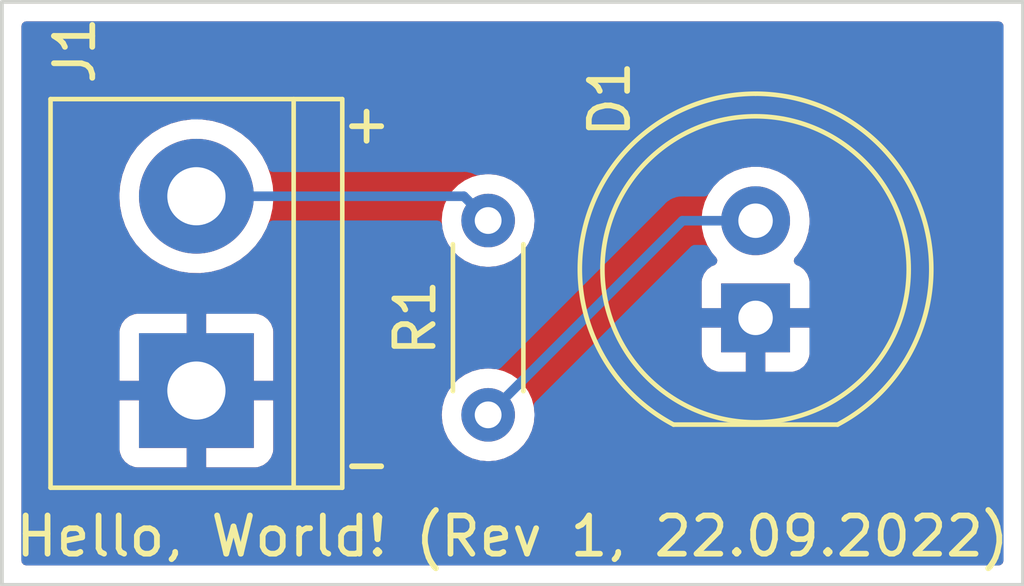
<source format=kicad_pcb>
(kicad_pcb (version 20211014) (generator pcbnew)
  (layers (0 "F.Cu" signal) (31 "B.Cu" signal) (34 "B.Paste" user) (35 "F.Paste" user) (36 "B.SilkS" user "B.Silkscreen") (37 "F.SilkS" user "F.Silkscreen") (38 "B.Mask" user) (39 "F.Mask" user) (44 "Edge.Cuts" user))
  (net 0 "")
  (net 1 "GND")
  (net 2 "Net-(D1-Pad2)")
  (net 3 "+5V")
  (footprint "TerminalBlock:TerminalBlock_bornier-2_P5.08mm" (layer "F.Cu") (at 139.7 103.505 90)
    (fp_text reference "J1" (at 8.89 -3.175 90) (layer "F.SilkS"))
    (fp_text value "Conn_01x02")
    (fp_line (start -2.54 3.81) (end 7.62 3.81) (layer "F.SilkS") (width 0.12))
    (fp_line (start 7.62 -3.81) (end -2.54 -3.81) (layer "F.SilkS") (width 0.12))
    (fp_line (start -2.54 -3.81) (end -2.54 3.81) (layer "F.SilkS") (width 0.12))
    (fp_line (start 7.62 2.54) (end -2.54 2.54) (layer "F.SilkS") (width 0.12))
    (fp_line (start 7.62 3.81) (end 7.62 -3.81) (layer "F.SilkS") (width 0.12))
    (pad "1" thru_hole rect (at 0 0 90) (size 3 3) (drill 1.52) (layers *.Cu *.Mask) (net 1 "GND"))
    (pad "2" thru_hole circle (at 5.08 0 90) (size 3 3) (drill 1.52) (layers *.Cu *.Mask) (net 3 "+5V"))
  )
  (footprint "LED_THT:LED_D8.0mm" (layer "F.Cu") (at 154.305 101.605 90)
    (fp_text reference "D1" (at 5.72 -3.81 90) (layer "F.SilkS"))
    (fp_text value "LED")
    (fp_line (start -2.79 -2.142) (end -2.79 2.142) (layer "F.SilkS") (width 0.12))
    (fp_arc (start -2.79 -2.141145) (mid 2.373119 -4.455472) (end 5.86 0.000486) (layer "F.SilkS") (width 0.12))
    (fp_arc (start 5.86 -0.000486) (mid 2.373119 4.455472) (end -2.79 2.141145) (layer "F.SilkS") (width 0.12))
    (fp_circle (center 1.27 0) (end 5.27 0) (layer "F.SilkS") (width 0.12) (fill none))
    (pad "1" thru_hole rect (at 0 0 90) (size 1.8 1.8) (drill 0.9) (layers *.Cu *.Mask) (net 1 "GND"))
    (pad "2" thru_hole circle (at 2.54 0 90) (size 1.8 1.8) (drill 0.9) (layers *.Cu *.Mask) (net 2 "Net-(D1-Pad2)"))
  )
  (footprint "Resistor_THT:R_Axial_DIN0204_L3.6mm_D1.6mm_P5.08mm_Horizontal" (layer "F.Cu") (at 147.32 99.06 -90)
    (fp_text reference "R1" (at 2.54 1.905 90) (layer "F.SilkS"))
    (fp_text value "R")
    (fp_line (start 0.62 -0.92) (end 4.46 -0.92) (layer "F.SilkS") (width 0.12))
    (fp_line (start 0.62 0.92) (end 4.46 0.92) (layer "F.SilkS") (width 0.12))
    (pad "1" thru_hole circle (at 0 0 270) (size 1.4 1.4) (drill 0.7) (layers *.Cu *.Mask) (net 3 "+5V"))
    (pad "2" thru_hole oval (at 5.08 0 270) (size 1.4 1.4) (drill 0.7) (layers *.Cu *.Mask) (net 2 "Net-(D1-Pad2)"))
  )
  (gr_rect (start 134.62 93.345) (end 161.29 108.585) (layer "Edge.Cuts") (width 0.1) (fill none))
  (gr_text "+" (at 144.145 96.52) (layer "F.SilkS") (effects (font (size 1 1))))
  (gr_text "-" (at 144.145 105.41) (layer "F.SilkS") (effects (font (size 1 1))))
  (gr_text "Hello, World! (Rev 1, 22.09.2022)" (at 147.955 107.315) (layer "F.SilkS") (effects (font (size 1 1))))
  (segment (start 152.395 99.065) (end 154.305 99.065) (width 0.25) (layer "B.Cu") (net 2))
  (segment (start 147.32 104.14) (end 152.395 99.065) (width 0.25) (layer "B.Cu") (net 2))
  (segment (start 146.685 98.425) (end 147.32 99.06) (width 0.25) (layer "B.Cu") (net 3))
  (segment (start 139.7 98.425) (end 146.685 98.425) (width 0.25) (layer "B.Cu") (net 3))
  (zone (net 1) (net_name "GND") (layer "F.Cu") (connect_pads (clearance 0.508)) (min_thickness 0.254) (fill yes (thermal_gap 0.508) (thermal_bridge_width 0.508))
    (polygon (pts (xy 161.29 108.585) (xy 134.62 108.585) (xy 134.62 93.345) (xy 161.29 93.345)))
  )
  (zone (net 1) (net_name "GND") (layer "B.Cu") (connect_pads (clearance 0.508)) (min_thickness 0.254) (fill yes (thermal_gap 0.508) (thermal_bridge_width 0.508))
    (polygon (pts (xy 161.29 108.585) (xy 134.62 108.585) (xy 134.62 93.345) (xy 161.29 93.345)))
  )
)
</source>
